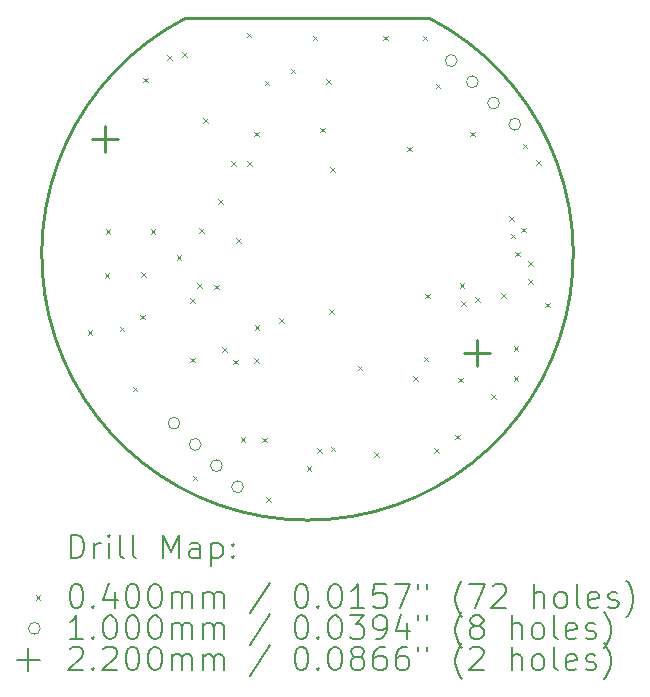
<source format=gbr>
%FSLAX45Y45*%
G04 Gerber Fmt 4.5, Leading zero omitted, Abs format (unit mm)*
G04 Created by KiCad (PCBNEW (6.0.0)) date 2023-06-19 18:06:40*
%MOMM*%
%LPD*%
G01*
G04 APERTURE LIST*
%TA.AperFunction,Profile*%
%ADD10C,0.250000*%
%TD*%
%ADD11C,0.200000*%
%ADD12C,0.040000*%
%ADD13C,0.100000*%
%ADD14C,0.220000*%
G04 APERTURE END LIST*
D10*
X7897324Y-8733500D02*
X9958876Y-8733500D01*
X7897324Y-8733500D02*
G75*
G03*
X9958876Y-8733500I1030776J-2000000D01*
G01*
D11*
D12*
X7067100Y-11372900D02*
X7107100Y-11412900D01*
X7107100Y-11372900D02*
X7067100Y-11412900D01*
X7210100Y-10894900D02*
X7250100Y-10934900D01*
X7250100Y-10894900D02*
X7210100Y-10934900D01*
X7219000Y-10521000D02*
X7259000Y-10561000D01*
X7259000Y-10521000D02*
X7219000Y-10561000D01*
X7337100Y-11344900D02*
X7377100Y-11384900D01*
X7377100Y-11344900D02*
X7337100Y-11384900D01*
X7447600Y-11854500D02*
X7487600Y-11894500D01*
X7487600Y-11854500D02*
X7447600Y-11894500D01*
X7511530Y-11244470D02*
X7551530Y-11284470D01*
X7551530Y-11244470D02*
X7511530Y-11284470D01*
X7518100Y-10886900D02*
X7558100Y-10926900D01*
X7558100Y-10886900D02*
X7518100Y-10926900D01*
X7536500Y-9238300D02*
X7576500Y-9278300D01*
X7576500Y-9238300D02*
X7536500Y-9278300D01*
X7600000Y-10521000D02*
X7640000Y-10561000D01*
X7640000Y-10521000D02*
X7600000Y-10561000D01*
X7739700Y-9047800D02*
X7779700Y-9087800D01*
X7779700Y-9047800D02*
X7739700Y-9087800D01*
X7821128Y-10737419D02*
X7861128Y-10777419D01*
X7861128Y-10737419D02*
X7821128Y-10777419D01*
X7866700Y-9022400D02*
X7906700Y-9062400D01*
X7906700Y-9022400D02*
X7866700Y-9062400D01*
X7933699Y-11105200D02*
X7973699Y-11145200D01*
X7973699Y-11105200D02*
X7933699Y-11145200D01*
X7935100Y-11607900D02*
X7975100Y-11647900D01*
X7975100Y-11607900D02*
X7935100Y-11647900D01*
X7955100Y-12606900D02*
X7995100Y-12646900D01*
X7995100Y-12606900D02*
X7955100Y-12646900D01*
X7994200Y-10977470D02*
X8034200Y-11017470D01*
X8034200Y-10977470D02*
X7994200Y-11017470D01*
X8009100Y-10512900D02*
X8049100Y-10552900D01*
X8049100Y-10512900D02*
X8009100Y-10552900D01*
X8044500Y-9581200D02*
X8084500Y-9621200D01*
X8084500Y-9581200D02*
X8044500Y-9621200D01*
X8140100Y-10989900D02*
X8180100Y-11029900D01*
X8180100Y-10989900D02*
X8140100Y-11029900D01*
X8174100Y-10266900D02*
X8214100Y-10306900D01*
X8214100Y-10266900D02*
X8174100Y-10306900D01*
X8203100Y-11516900D02*
X8243100Y-11556900D01*
X8243100Y-11516900D02*
X8203100Y-11556900D01*
X8279100Y-9944900D02*
X8319100Y-9984900D01*
X8319100Y-9944900D02*
X8279100Y-9984900D01*
X8298500Y-11625900D02*
X8338500Y-11665900D01*
X8338500Y-11625900D02*
X8298500Y-11665900D01*
X8326100Y-10594900D02*
X8366100Y-10634900D01*
X8366100Y-10594900D02*
X8326100Y-10634900D01*
X8361994Y-12280457D02*
X8401994Y-12320457D01*
X8401994Y-12280457D02*
X8361994Y-12320457D01*
X8412800Y-8857300D02*
X8452800Y-8897300D01*
X8452800Y-8857300D02*
X8412800Y-8897300D01*
X8419100Y-9942900D02*
X8459100Y-9982900D01*
X8459100Y-9942900D02*
X8419100Y-9982900D01*
X8476300Y-9695500D02*
X8516300Y-9735500D01*
X8516300Y-9695500D02*
X8476300Y-9735500D01*
X8476300Y-11613200D02*
X8516300Y-11653200D01*
X8516300Y-11613200D02*
X8476300Y-11653200D01*
X8480100Y-11330900D02*
X8520100Y-11370900D01*
X8520100Y-11330900D02*
X8480100Y-11370900D01*
X8544100Y-12285900D02*
X8584100Y-12325900D01*
X8584100Y-12285900D02*
X8544100Y-12325900D01*
X8565200Y-9263700D02*
X8605200Y-9303700D01*
X8605200Y-9263700D02*
X8565200Y-9303700D01*
X8577100Y-12786900D02*
X8617100Y-12826900D01*
X8617100Y-12786900D02*
X8577100Y-12826900D01*
X8688050Y-11271945D02*
X8728050Y-11311945D01*
X8728050Y-11271945D02*
X8688050Y-11311945D01*
X8784850Y-9161670D02*
X8824850Y-9201670D01*
X8824850Y-9161670D02*
X8784850Y-9201670D01*
X8920800Y-12527600D02*
X8960800Y-12567600D01*
X8960800Y-12527600D02*
X8920800Y-12567600D01*
X8971600Y-8882700D02*
X9011600Y-8922700D01*
X9011600Y-8882700D02*
X8971600Y-8922700D01*
X9012100Y-12371900D02*
X9052100Y-12411900D01*
X9052100Y-12371900D02*
X9012100Y-12411900D01*
X9037420Y-9661150D02*
X9077420Y-9701150D01*
X9077420Y-9661150D02*
X9037420Y-9701150D01*
X9085900Y-9251000D02*
X9125900Y-9291000D01*
X9125900Y-9251000D02*
X9085900Y-9291000D01*
X9113125Y-11195925D02*
X9153125Y-11235925D01*
X9153125Y-11195925D02*
X9113125Y-11235925D01*
X9120205Y-9992325D02*
X9160205Y-10032325D01*
X9160205Y-9992325D02*
X9120205Y-10032325D01*
X9124000Y-12362500D02*
X9164000Y-12402500D01*
X9164000Y-12362500D02*
X9124000Y-12402500D01*
X9352600Y-11676700D02*
X9392600Y-11716700D01*
X9392600Y-11676700D02*
X9352600Y-11716700D01*
X9493500Y-12405751D02*
X9533500Y-12445751D01*
X9533500Y-12405751D02*
X9493500Y-12445751D01*
X9568500Y-8882700D02*
X9608500Y-8922700D01*
X9608500Y-8882700D02*
X9568500Y-8922700D01*
X9770100Y-9820900D02*
X9810100Y-9860900D01*
X9810100Y-9820900D02*
X9770100Y-9860900D01*
X9822500Y-11765600D02*
X9862500Y-11805600D01*
X9862500Y-11765600D02*
X9822500Y-11805600D01*
X9903100Y-8881900D02*
X9943100Y-8921900D01*
X9943100Y-8881900D02*
X9903100Y-8921900D01*
X9911400Y-11600500D02*
X9951400Y-11640500D01*
X9951400Y-11600500D02*
X9911400Y-11640500D01*
X9924100Y-11067100D02*
X9964100Y-11107100D01*
X9964100Y-11067100D02*
X9924100Y-11107100D01*
X10000300Y-12375200D02*
X10040300Y-12415200D01*
X10040300Y-12375200D02*
X10000300Y-12415200D01*
X10013000Y-9289100D02*
X10053000Y-9329100D01*
X10053000Y-9289100D02*
X10013000Y-9329100D01*
X10178100Y-12260900D02*
X10218100Y-12300900D01*
X10218100Y-12260900D02*
X10178100Y-12300900D01*
X10203500Y-11778300D02*
X10243500Y-11818300D01*
X10243500Y-11778300D02*
X10203500Y-11818300D01*
X10216200Y-10978200D02*
X10256200Y-11018200D01*
X10256200Y-10978200D02*
X10216200Y-11018200D01*
X10228729Y-11127692D02*
X10268729Y-11167692D01*
X10268729Y-11127692D02*
X10228729Y-11167692D01*
X10305100Y-9695500D02*
X10345100Y-9735500D01*
X10345100Y-9695500D02*
X10305100Y-9735500D01*
X10349226Y-11093337D02*
X10389226Y-11133337D01*
X10389226Y-11093337D02*
X10349226Y-11133337D01*
X10482900Y-11918000D02*
X10522900Y-11958000D01*
X10522900Y-11918000D02*
X10482900Y-11958000D01*
X10567100Y-11064900D02*
X10607100Y-11104900D01*
X10607100Y-11064900D02*
X10567100Y-11104900D01*
X10633100Y-10411900D02*
X10673100Y-10451900D01*
X10673100Y-10411900D02*
X10633100Y-10451900D01*
X10648000Y-10559100D02*
X10688000Y-10599100D01*
X10688000Y-10559100D02*
X10648000Y-10599100D01*
X10673400Y-11511600D02*
X10713400Y-11551600D01*
X10713400Y-11511600D02*
X10673400Y-11551600D01*
X10673400Y-11765600D02*
X10713400Y-11805600D01*
X10713400Y-11765600D02*
X10673400Y-11805600D01*
X10686100Y-10711500D02*
X10726100Y-10751500D01*
X10726100Y-10711500D02*
X10686100Y-10751500D01*
X10736900Y-10508300D02*
X10776900Y-10548300D01*
X10776900Y-10508300D02*
X10736900Y-10548300D01*
X10749600Y-9797100D02*
X10789600Y-9837100D01*
X10789600Y-9797100D02*
X10749600Y-9837100D01*
X10793100Y-10943900D02*
X10833100Y-10983900D01*
X10833100Y-10943900D02*
X10793100Y-10983900D01*
X10795733Y-10789550D02*
X10835733Y-10829550D01*
X10835733Y-10789550D02*
X10795733Y-10829550D01*
X10863900Y-9936800D02*
X10903900Y-9976800D01*
X10903900Y-9936800D02*
X10863900Y-9976800D01*
X10940100Y-11143300D02*
X10980100Y-11183300D01*
X10980100Y-11143300D02*
X10940100Y-11183300D01*
D13*
X7847567Y-12162832D02*
G75*
G03*
X7847567Y-12162832I-50000J0D01*
G01*
X8027172Y-12342437D02*
G75*
G03*
X8027172Y-12342437I-50000J0D01*
G01*
X8206777Y-12522042D02*
G75*
G03*
X8206777Y-12522042I-50000J0D01*
G01*
X8386383Y-12701647D02*
G75*
G03*
X8386383Y-12701647I-50000J0D01*
G01*
X10194285Y-9093085D02*
G75*
G03*
X10194285Y-9093085I-50000J0D01*
G01*
X10373890Y-9272690D02*
G75*
G03*
X10373890Y-9272690I-50000J0D01*
G01*
X10553495Y-9452295D02*
G75*
G03*
X10553495Y-9452295I-50000J0D01*
G01*
X10733100Y-9631900D02*
G75*
G03*
X10733100Y-9631900I-50000J0D01*
G01*
D14*
X7213600Y-9645600D02*
X7213600Y-9865600D01*
X7103600Y-9755600D02*
X7323600Y-9755600D01*
X10363200Y-11461700D02*
X10363200Y-11681700D01*
X10253200Y-11571700D02*
X10473200Y-11571700D01*
D11*
X6923219Y-13306476D02*
X6923219Y-13106476D01*
X6970838Y-13106476D01*
X6999409Y-13116000D01*
X7018457Y-13135048D01*
X7027981Y-13154095D01*
X7037505Y-13192190D01*
X7037505Y-13220762D01*
X7027981Y-13258857D01*
X7018457Y-13277905D01*
X6999409Y-13296952D01*
X6970838Y-13306476D01*
X6923219Y-13306476D01*
X7123219Y-13306476D02*
X7123219Y-13173143D01*
X7123219Y-13211238D02*
X7132743Y-13192190D01*
X7142267Y-13182667D01*
X7161314Y-13173143D01*
X7180362Y-13173143D01*
X7247028Y-13306476D02*
X7247028Y-13173143D01*
X7247028Y-13106476D02*
X7237505Y-13116000D01*
X7247028Y-13125524D01*
X7256552Y-13116000D01*
X7247028Y-13106476D01*
X7247028Y-13125524D01*
X7370838Y-13306476D02*
X7351790Y-13296952D01*
X7342267Y-13277905D01*
X7342267Y-13106476D01*
X7475600Y-13306476D02*
X7456552Y-13296952D01*
X7447028Y-13277905D01*
X7447028Y-13106476D01*
X7704171Y-13306476D02*
X7704171Y-13106476D01*
X7770838Y-13249333D01*
X7837505Y-13106476D01*
X7837505Y-13306476D01*
X8018457Y-13306476D02*
X8018457Y-13201714D01*
X8008933Y-13182667D01*
X7989886Y-13173143D01*
X7951790Y-13173143D01*
X7932743Y-13182667D01*
X8018457Y-13296952D02*
X7999409Y-13306476D01*
X7951790Y-13306476D01*
X7932743Y-13296952D01*
X7923219Y-13277905D01*
X7923219Y-13258857D01*
X7932743Y-13239809D01*
X7951790Y-13230286D01*
X7999409Y-13230286D01*
X8018457Y-13220762D01*
X8113695Y-13173143D02*
X8113695Y-13373143D01*
X8113695Y-13182667D02*
X8132743Y-13173143D01*
X8170838Y-13173143D01*
X8189886Y-13182667D01*
X8199409Y-13192190D01*
X8208933Y-13211238D01*
X8208933Y-13268381D01*
X8199409Y-13287428D01*
X8189886Y-13296952D01*
X8170838Y-13306476D01*
X8132743Y-13306476D01*
X8113695Y-13296952D01*
X8294648Y-13287428D02*
X8304171Y-13296952D01*
X8294648Y-13306476D01*
X8285124Y-13296952D01*
X8294648Y-13287428D01*
X8294648Y-13306476D01*
X8294648Y-13182667D02*
X8304171Y-13192190D01*
X8294648Y-13201714D01*
X8285124Y-13192190D01*
X8294648Y-13182667D01*
X8294648Y-13201714D01*
D12*
X6625600Y-13616000D02*
X6665600Y-13656000D01*
X6665600Y-13616000D02*
X6625600Y-13656000D01*
D11*
X6961314Y-13526476D02*
X6980362Y-13526476D01*
X6999409Y-13536000D01*
X7008933Y-13545524D01*
X7018457Y-13564571D01*
X7027981Y-13602667D01*
X7027981Y-13650286D01*
X7018457Y-13688381D01*
X7008933Y-13707428D01*
X6999409Y-13716952D01*
X6980362Y-13726476D01*
X6961314Y-13726476D01*
X6942267Y-13716952D01*
X6932743Y-13707428D01*
X6923219Y-13688381D01*
X6913695Y-13650286D01*
X6913695Y-13602667D01*
X6923219Y-13564571D01*
X6932743Y-13545524D01*
X6942267Y-13536000D01*
X6961314Y-13526476D01*
X7113695Y-13707428D02*
X7123219Y-13716952D01*
X7113695Y-13726476D01*
X7104171Y-13716952D01*
X7113695Y-13707428D01*
X7113695Y-13726476D01*
X7294648Y-13593143D02*
X7294648Y-13726476D01*
X7247028Y-13516952D02*
X7199409Y-13659809D01*
X7323219Y-13659809D01*
X7437505Y-13526476D02*
X7456552Y-13526476D01*
X7475600Y-13536000D01*
X7485124Y-13545524D01*
X7494648Y-13564571D01*
X7504171Y-13602667D01*
X7504171Y-13650286D01*
X7494648Y-13688381D01*
X7485124Y-13707428D01*
X7475600Y-13716952D01*
X7456552Y-13726476D01*
X7437505Y-13726476D01*
X7418457Y-13716952D01*
X7408933Y-13707428D01*
X7399409Y-13688381D01*
X7389886Y-13650286D01*
X7389886Y-13602667D01*
X7399409Y-13564571D01*
X7408933Y-13545524D01*
X7418457Y-13536000D01*
X7437505Y-13526476D01*
X7627981Y-13526476D02*
X7647028Y-13526476D01*
X7666076Y-13536000D01*
X7675600Y-13545524D01*
X7685124Y-13564571D01*
X7694648Y-13602667D01*
X7694648Y-13650286D01*
X7685124Y-13688381D01*
X7675600Y-13707428D01*
X7666076Y-13716952D01*
X7647028Y-13726476D01*
X7627981Y-13726476D01*
X7608933Y-13716952D01*
X7599409Y-13707428D01*
X7589886Y-13688381D01*
X7580362Y-13650286D01*
X7580362Y-13602667D01*
X7589886Y-13564571D01*
X7599409Y-13545524D01*
X7608933Y-13536000D01*
X7627981Y-13526476D01*
X7780362Y-13726476D02*
X7780362Y-13593143D01*
X7780362Y-13612190D02*
X7789886Y-13602667D01*
X7808933Y-13593143D01*
X7837505Y-13593143D01*
X7856552Y-13602667D01*
X7866076Y-13621714D01*
X7866076Y-13726476D01*
X7866076Y-13621714D02*
X7875600Y-13602667D01*
X7894648Y-13593143D01*
X7923219Y-13593143D01*
X7942267Y-13602667D01*
X7951790Y-13621714D01*
X7951790Y-13726476D01*
X8047028Y-13726476D02*
X8047028Y-13593143D01*
X8047028Y-13612190D02*
X8056552Y-13602667D01*
X8075600Y-13593143D01*
X8104171Y-13593143D01*
X8123219Y-13602667D01*
X8132743Y-13621714D01*
X8132743Y-13726476D01*
X8132743Y-13621714D02*
X8142267Y-13602667D01*
X8161314Y-13593143D01*
X8189886Y-13593143D01*
X8208933Y-13602667D01*
X8218457Y-13621714D01*
X8218457Y-13726476D01*
X8608933Y-13516952D02*
X8437505Y-13774095D01*
X8866076Y-13526476D02*
X8885124Y-13526476D01*
X8904171Y-13536000D01*
X8913695Y-13545524D01*
X8923219Y-13564571D01*
X8932743Y-13602667D01*
X8932743Y-13650286D01*
X8923219Y-13688381D01*
X8913695Y-13707428D01*
X8904171Y-13716952D01*
X8885124Y-13726476D01*
X8866076Y-13726476D01*
X8847029Y-13716952D01*
X8837505Y-13707428D01*
X8827981Y-13688381D01*
X8818457Y-13650286D01*
X8818457Y-13602667D01*
X8827981Y-13564571D01*
X8837505Y-13545524D01*
X8847029Y-13536000D01*
X8866076Y-13526476D01*
X9018457Y-13707428D02*
X9027981Y-13716952D01*
X9018457Y-13726476D01*
X9008933Y-13716952D01*
X9018457Y-13707428D01*
X9018457Y-13726476D01*
X9151790Y-13526476D02*
X9170838Y-13526476D01*
X9189886Y-13536000D01*
X9199410Y-13545524D01*
X9208933Y-13564571D01*
X9218457Y-13602667D01*
X9218457Y-13650286D01*
X9208933Y-13688381D01*
X9199410Y-13707428D01*
X9189886Y-13716952D01*
X9170838Y-13726476D01*
X9151790Y-13726476D01*
X9132743Y-13716952D01*
X9123219Y-13707428D01*
X9113695Y-13688381D01*
X9104171Y-13650286D01*
X9104171Y-13602667D01*
X9113695Y-13564571D01*
X9123219Y-13545524D01*
X9132743Y-13536000D01*
X9151790Y-13526476D01*
X9408933Y-13726476D02*
X9294648Y-13726476D01*
X9351790Y-13726476D02*
X9351790Y-13526476D01*
X9332743Y-13555048D01*
X9313695Y-13574095D01*
X9294648Y-13583619D01*
X9589886Y-13526476D02*
X9494648Y-13526476D01*
X9485124Y-13621714D01*
X9494648Y-13612190D01*
X9513695Y-13602667D01*
X9561314Y-13602667D01*
X9580362Y-13612190D01*
X9589886Y-13621714D01*
X9599410Y-13640762D01*
X9599410Y-13688381D01*
X9589886Y-13707428D01*
X9580362Y-13716952D01*
X9561314Y-13726476D01*
X9513695Y-13726476D01*
X9494648Y-13716952D01*
X9485124Y-13707428D01*
X9666076Y-13526476D02*
X9799410Y-13526476D01*
X9713695Y-13726476D01*
X9866076Y-13526476D02*
X9866076Y-13564571D01*
X9942267Y-13526476D02*
X9942267Y-13564571D01*
X10237505Y-13802667D02*
X10227981Y-13793143D01*
X10208933Y-13764571D01*
X10199410Y-13745524D01*
X10189886Y-13716952D01*
X10180362Y-13669333D01*
X10180362Y-13631238D01*
X10189886Y-13583619D01*
X10199410Y-13555048D01*
X10208933Y-13536000D01*
X10227981Y-13507428D01*
X10237505Y-13497905D01*
X10294648Y-13526476D02*
X10427981Y-13526476D01*
X10342267Y-13726476D01*
X10494648Y-13545524D02*
X10504171Y-13536000D01*
X10523219Y-13526476D01*
X10570838Y-13526476D01*
X10589886Y-13536000D01*
X10599410Y-13545524D01*
X10608933Y-13564571D01*
X10608933Y-13583619D01*
X10599410Y-13612190D01*
X10485124Y-13726476D01*
X10608933Y-13726476D01*
X10847029Y-13726476D02*
X10847029Y-13526476D01*
X10932743Y-13726476D02*
X10932743Y-13621714D01*
X10923219Y-13602667D01*
X10904171Y-13593143D01*
X10875600Y-13593143D01*
X10856552Y-13602667D01*
X10847029Y-13612190D01*
X11056552Y-13726476D02*
X11037505Y-13716952D01*
X11027981Y-13707428D01*
X11018457Y-13688381D01*
X11018457Y-13631238D01*
X11027981Y-13612190D01*
X11037505Y-13602667D01*
X11056552Y-13593143D01*
X11085124Y-13593143D01*
X11104171Y-13602667D01*
X11113695Y-13612190D01*
X11123219Y-13631238D01*
X11123219Y-13688381D01*
X11113695Y-13707428D01*
X11104171Y-13716952D01*
X11085124Y-13726476D01*
X11056552Y-13726476D01*
X11237505Y-13726476D02*
X11218457Y-13716952D01*
X11208933Y-13697905D01*
X11208933Y-13526476D01*
X11389886Y-13716952D02*
X11370838Y-13726476D01*
X11332743Y-13726476D01*
X11313695Y-13716952D01*
X11304171Y-13697905D01*
X11304171Y-13621714D01*
X11313695Y-13602667D01*
X11332743Y-13593143D01*
X11370838Y-13593143D01*
X11389886Y-13602667D01*
X11399409Y-13621714D01*
X11399409Y-13640762D01*
X11304171Y-13659809D01*
X11475600Y-13716952D02*
X11494648Y-13726476D01*
X11532743Y-13726476D01*
X11551790Y-13716952D01*
X11561314Y-13697905D01*
X11561314Y-13688381D01*
X11551790Y-13669333D01*
X11532743Y-13659809D01*
X11504171Y-13659809D01*
X11485124Y-13650286D01*
X11475600Y-13631238D01*
X11475600Y-13621714D01*
X11485124Y-13602667D01*
X11504171Y-13593143D01*
X11532743Y-13593143D01*
X11551790Y-13602667D01*
X11627981Y-13802667D02*
X11637505Y-13793143D01*
X11656552Y-13764571D01*
X11666076Y-13745524D01*
X11675600Y-13716952D01*
X11685124Y-13669333D01*
X11685124Y-13631238D01*
X11675600Y-13583619D01*
X11666076Y-13555048D01*
X11656552Y-13536000D01*
X11637505Y-13507428D01*
X11627981Y-13497905D01*
D13*
X6665600Y-13900000D02*
G75*
G03*
X6665600Y-13900000I-50000J0D01*
G01*
D11*
X7027981Y-13990476D02*
X6913695Y-13990476D01*
X6970838Y-13990476D02*
X6970838Y-13790476D01*
X6951790Y-13819048D01*
X6932743Y-13838095D01*
X6913695Y-13847619D01*
X7113695Y-13971428D02*
X7123219Y-13980952D01*
X7113695Y-13990476D01*
X7104171Y-13980952D01*
X7113695Y-13971428D01*
X7113695Y-13990476D01*
X7247028Y-13790476D02*
X7266076Y-13790476D01*
X7285124Y-13800000D01*
X7294648Y-13809524D01*
X7304171Y-13828571D01*
X7313695Y-13866667D01*
X7313695Y-13914286D01*
X7304171Y-13952381D01*
X7294648Y-13971428D01*
X7285124Y-13980952D01*
X7266076Y-13990476D01*
X7247028Y-13990476D01*
X7227981Y-13980952D01*
X7218457Y-13971428D01*
X7208933Y-13952381D01*
X7199409Y-13914286D01*
X7199409Y-13866667D01*
X7208933Y-13828571D01*
X7218457Y-13809524D01*
X7227981Y-13800000D01*
X7247028Y-13790476D01*
X7437505Y-13790476D02*
X7456552Y-13790476D01*
X7475600Y-13800000D01*
X7485124Y-13809524D01*
X7494648Y-13828571D01*
X7504171Y-13866667D01*
X7504171Y-13914286D01*
X7494648Y-13952381D01*
X7485124Y-13971428D01*
X7475600Y-13980952D01*
X7456552Y-13990476D01*
X7437505Y-13990476D01*
X7418457Y-13980952D01*
X7408933Y-13971428D01*
X7399409Y-13952381D01*
X7389886Y-13914286D01*
X7389886Y-13866667D01*
X7399409Y-13828571D01*
X7408933Y-13809524D01*
X7418457Y-13800000D01*
X7437505Y-13790476D01*
X7627981Y-13790476D02*
X7647028Y-13790476D01*
X7666076Y-13800000D01*
X7675600Y-13809524D01*
X7685124Y-13828571D01*
X7694648Y-13866667D01*
X7694648Y-13914286D01*
X7685124Y-13952381D01*
X7675600Y-13971428D01*
X7666076Y-13980952D01*
X7647028Y-13990476D01*
X7627981Y-13990476D01*
X7608933Y-13980952D01*
X7599409Y-13971428D01*
X7589886Y-13952381D01*
X7580362Y-13914286D01*
X7580362Y-13866667D01*
X7589886Y-13828571D01*
X7599409Y-13809524D01*
X7608933Y-13800000D01*
X7627981Y-13790476D01*
X7780362Y-13990476D02*
X7780362Y-13857143D01*
X7780362Y-13876190D02*
X7789886Y-13866667D01*
X7808933Y-13857143D01*
X7837505Y-13857143D01*
X7856552Y-13866667D01*
X7866076Y-13885714D01*
X7866076Y-13990476D01*
X7866076Y-13885714D02*
X7875600Y-13866667D01*
X7894648Y-13857143D01*
X7923219Y-13857143D01*
X7942267Y-13866667D01*
X7951790Y-13885714D01*
X7951790Y-13990476D01*
X8047028Y-13990476D02*
X8047028Y-13857143D01*
X8047028Y-13876190D02*
X8056552Y-13866667D01*
X8075600Y-13857143D01*
X8104171Y-13857143D01*
X8123219Y-13866667D01*
X8132743Y-13885714D01*
X8132743Y-13990476D01*
X8132743Y-13885714D02*
X8142267Y-13866667D01*
X8161314Y-13857143D01*
X8189886Y-13857143D01*
X8208933Y-13866667D01*
X8218457Y-13885714D01*
X8218457Y-13990476D01*
X8608933Y-13780952D02*
X8437505Y-14038095D01*
X8866076Y-13790476D02*
X8885124Y-13790476D01*
X8904171Y-13800000D01*
X8913695Y-13809524D01*
X8923219Y-13828571D01*
X8932743Y-13866667D01*
X8932743Y-13914286D01*
X8923219Y-13952381D01*
X8913695Y-13971428D01*
X8904171Y-13980952D01*
X8885124Y-13990476D01*
X8866076Y-13990476D01*
X8847029Y-13980952D01*
X8837505Y-13971428D01*
X8827981Y-13952381D01*
X8818457Y-13914286D01*
X8818457Y-13866667D01*
X8827981Y-13828571D01*
X8837505Y-13809524D01*
X8847029Y-13800000D01*
X8866076Y-13790476D01*
X9018457Y-13971428D02*
X9027981Y-13980952D01*
X9018457Y-13990476D01*
X9008933Y-13980952D01*
X9018457Y-13971428D01*
X9018457Y-13990476D01*
X9151790Y-13790476D02*
X9170838Y-13790476D01*
X9189886Y-13800000D01*
X9199410Y-13809524D01*
X9208933Y-13828571D01*
X9218457Y-13866667D01*
X9218457Y-13914286D01*
X9208933Y-13952381D01*
X9199410Y-13971428D01*
X9189886Y-13980952D01*
X9170838Y-13990476D01*
X9151790Y-13990476D01*
X9132743Y-13980952D01*
X9123219Y-13971428D01*
X9113695Y-13952381D01*
X9104171Y-13914286D01*
X9104171Y-13866667D01*
X9113695Y-13828571D01*
X9123219Y-13809524D01*
X9132743Y-13800000D01*
X9151790Y-13790476D01*
X9285124Y-13790476D02*
X9408933Y-13790476D01*
X9342267Y-13866667D01*
X9370838Y-13866667D01*
X9389886Y-13876190D01*
X9399410Y-13885714D01*
X9408933Y-13904762D01*
X9408933Y-13952381D01*
X9399410Y-13971428D01*
X9389886Y-13980952D01*
X9370838Y-13990476D01*
X9313695Y-13990476D01*
X9294648Y-13980952D01*
X9285124Y-13971428D01*
X9504171Y-13990476D02*
X9542267Y-13990476D01*
X9561314Y-13980952D01*
X9570838Y-13971428D01*
X9589886Y-13942857D01*
X9599410Y-13904762D01*
X9599410Y-13828571D01*
X9589886Y-13809524D01*
X9580362Y-13800000D01*
X9561314Y-13790476D01*
X9523219Y-13790476D01*
X9504171Y-13800000D01*
X9494648Y-13809524D01*
X9485124Y-13828571D01*
X9485124Y-13876190D01*
X9494648Y-13895238D01*
X9504171Y-13904762D01*
X9523219Y-13914286D01*
X9561314Y-13914286D01*
X9580362Y-13904762D01*
X9589886Y-13895238D01*
X9599410Y-13876190D01*
X9770838Y-13857143D02*
X9770838Y-13990476D01*
X9723219Y-13780952D02*
X9675600Y-13923809D01*
X9799410Y-13923809D01*
X9866076Y-13790476D02*
X9866076Y-13828571D01*
X9942267Y-13790476D02*
X9942267Y-13828571D01*
X10237505Y-14066667D02*
X10227981Y-14057143D01*
X10208933Y-14028571D01*
X10199410Y-14009524D01*
X10189886Y-13980952D01*
X10180362Y-13933333D01*
X10180362Y-13895238D01*
X10189886Y-13847619D01*
X10199410Y-13819048D01*
X10208933Y-13800000D01*
X10227981Y-13771428D01*
X10237505Y-13761905D01*
X10342267Y-13876190D02*
X10323219Y-13866667D01*
X10313695Y-13857143D01*
X10304171Y-13838095D01*
X10304171Y-13828571D01*
X10313695Y-13809524D01*
X10323219Y-13800000D01*
X10342267Y-13790476D01*
X10380362Y-13790476D01*
X10399410Y-13800000D01*
X10408933Y-13809524D01*
X10418457Y-13828571D01*
X10418457Y-13838095D01*
X10408933Y-13857143D01*
X10399410Y-13866667D01*
X10380362Y-13876190D01*
X10342267Y-13876190D01*
X10323219Y-13885714D01*
X10313695Y-13895238D01*
X10304171Y-13914286D01*
X10304171Y-13952381D01*
X10313695Y-13971428D01*
X10323219Y-13980952D01*
X10342267Y-13990476D01*
X10380362Y-13990476D01*
X10399410Y-13980952D01*
X10408933Y-13971428D01*
X10418457Y-13952381D01*
X10418457Y-13914286D01*
X10408933Y-13895238D01*
X10399410Y-13885714D01*
X10380362Y-13876190D01*
X10656552Y-13990476D02*
X10656552Y-13790476D01*
X10742267Y-13990476D02*
X10742267Y-13885714D01*
X10732743Y-13866667D01*
X10713695Y-13857143D01*
X10685124Y-13857143D01*
X10666076Y-13866667D01*
X10656552Y-13876190D01*
X10866076Y-13990476D02*
X10847029Y-13980952D01*
X10837505Y-13971428D01*
X10827981Y-13952381D01*
X10827981Y-13895238D01*
X10837505Y-13876190D01*
X10847029Y-13866667D01*
X10866076Y-13857143D01*
X10894648Y-13857143D01*
X10913695Y-13866667D01*
X10923219Y-13876190D01*
X10932743Y-13895238D01*
X10932743Y-13952381D01*
X10923219Y-13971428D01*
X10913695Y-13980952D01*
X10894648Y-13990476D01*
X10866076Y-13990476D01*
X11047029Y-13990476D02*
X11027981Y-13980952D01*
X11018457Y-13961905D01*
X11018457Y-13790476D01*
X11199409Y-13980952D02*
X11180362Y-13990476D01*
X11142267Y-13990476D01*
X11123219Y-13980952D01*
X11113695Y-13961905D01*
X11113695Y-13885714D01*
X11123219Y-13866667D01*
X11142267Y-13857143D01*
X11180362Y-13857143D01*
X11199409Y-13866667D01*
X11208933Y-13885714D01*
X11208933Y-13904762D01*
X11113695Y-13923809D01*
X11285124Y-13980952D02*
X11304171Y-13990476D01*
X11342267Y-13990476D01*
X11361314Y-13980952D01*
X11370838Y-13961905D01*
X11370838Y-13952381D01*
X11361314Y-13933333D01*
X11342267Y-13923809D01*
X11313695Y-13923809D01*
X11294648Y-13914286D01*
X11285124Y-13895238D01*
X11285124Y-13885714D01*
X11294648Y-13866667D01*
X11313695Y-13857143D01*
X11342267Y-13857143D01*
X11361314Y-13866667D01*
X11437505Y-14066667D02*
X11447028Y-14057143D01*
X11466076Y-14028571D01*
X11475600Y-14009524D01*
X11485124Y-13980952D01*
X11494648Y-13933333D01*
X11494648Y-13895238D01*
X11485124Y-13847619D01*
X11475600Y-13819048D01*
X11466076Y-13800000D01*
X11447028Y-13771428D01*
X11437505Y-13761905D01*
X6565600Y-14064000D02*
X6565600Y-14264000D01*
X6465600Y-14164000D02*
X6665600Y-14164000D01*
X6913695Y-14073524D02*
X6923219Y-14064000D01*
X6942267Y-14054476D01*
X6989886Y-14054476D01*
X7008933Y-14064000D01*
X7018457Y-14073524D01*
X7027981Y-14092571D01*
X7027981Y-14111619D01*
X7018457Y-14140190D01*
X6904171Y-14254476D01*
X7027981Y-14254476D01*
X7113695Y-14235428D02*
X7123219Y-14244952D01*
X7113695Y-14254476D01*
X7104171Y-14244952D01*
X7113695Y-14235428D01*
X7113695Y-14254476D01*
X7199409Y-14073524D02*
X7208933Y-14064000D01*
X7227981Y-14054476D01*
X7275600Y-14054476D01*
X7294648Y-14064000D01*
X7304171Y-14073524D01*
X7313695Y-14092571D01*
X7313695Y-14111619D01*
X7304171Y-14140190D01*
X7189886Y-14254476D01*
X7313695Y-14254476D01*
X7437505Y-14054476D02*
X7456552Y-14054476D01*
X7475600Y-14064000D01*
X7485124Y-14073524D01*
X7494648Y-14092571D01*
X7504171Y-14130667D01*
X7504171Y-14178286D01*
X7494648Y-14216381D01*
X7485124Y-14235428D01*
X7475600Y-14244952D01*
X7456552Y-14254476D01*
X7437505Y-14254476D01*
X7418457Y-14244952D01*
X7408933Y-14235428D01*
X7399409Y-14216381D01*
X7389886Y-14178286D01*
X7389886Y-14130667D01*
X7399409Y-14092571D01*
X7408933Y-14073524D01*
X7418457Y-14064000D01*
X7437505Y-14054476D01*
X7627981Y-14054476D02*
X7647028Y-14054476D01*
X7666076Y-14064000D01*
X7675600Y-14073524D01*
X7685124Y-14092571D01*
X7694648Y-14130667D01*
X7694648Y-14178286D01*
X7685124Y-14216381D01*
X7675600Y-14235428D01*
X7666076Y-14244952D01*
X7647028Y-14254476D01*
X7627981Y-14254476D01*
X7608933Y-14244952D01*
X7599409Y-14235428D01*
X7589886Y-14216381D01*
X7580362Y-14178286D01*
X7580362Y-14130667D01*
X7589886Y-14092571D01*
X7599409Y-14073524D01*
X7608933Y-14064000D01*
X7627981Y-14054476D01*
X7780362Y-14254476D02*
X7780362Y-14121143D01*
X7780362Y-14140190D02*
X7789886Y-14130667D01*
X7808933Y-14121143D01*
X7837505Y-14121143D01*
X7856552Y-14130667D01*
X7866076Y-14149714D01*
X7866076Y-14254476D01*
X7866076Y-14149714D02*
X7875600Y-14130667D01*
X7894648Y-14121143D01*
X7923219Y-14121143D01*
X7942267Y-14130667D01*
X7951790Y-14149714D01*
X7951790Y-14254476D01*
X8047028Y-14254476D02*
X8047028Y-14121143D01*
X8047028Y-14140190D02*
X8056552Y-14130667D01*
X8075600Y-14121143D01*
X8104171Y-14121143D01*
X8123219Y-14130667D01*
X8132743Y-14149714D01*
X8132743Y-14254476D01*
X8132743Y-14149714D02*
X8142267Y-14130667D01*
X8161314Y-14121143D01*
X8189886Y-14121143D01*
X8208933Y-14130667D01*
X8218457Y-14149714D01*
X8218457Y-14254476D01*
X8608933Y-14044952D02*
X8437505Y-14302095D01*
X8866076Y-14054476D02*
X8885124Y-14054476D01*
X8904171Y-14064000D01*
X8913695Y-14073524D01*
X8923219Y-14092571D01*
X8932743Y-14130667D01*
X8932743Y-14178286D01*
X8923219Y-14216381D01*
X8913695Y-14235428D01*
X8904171Y-14244952D01*
X8885124Y-14254476D01*
X8866076Y-14254476D01*
X8847029Y-14244952D01*
X8837505Y-14235428D01*
X8827981Y-14216381D01*
X8818457Y-14178286D01*
X8818457Y-14130667D01*
X8827981Y-14092571D01*
X8837505Y-14073524D01*
X8847029Y-14064000D01*
X8866076Y-14054476D01*
X9018457Y-14235428D02*
X9027981Y-14244952D01*
X9018457Y-14254476D01*
X9008933Y-14244952D01*
X9018457Y-14235428D01*
X9018457Y-14254476D01*
X9151790Y-14054476D02*
X9170838Y-14054476D01*
X9189886Y-14064000D01*
X9199410Y-14073524D01*
X9208933Y-14092571D01*
X9218457Y-14130667D01*
X9218457Y-14178286D01*
X9208933Y-14216381D01*
X9199410Y-14235428D01*
X9189886Y-14244952D01*
X9170838Y-14254476D01*
X9151790Y-14254476D01*
X9132743Y-14244952D01*
X9123219Y-14235428D01*
X9113695Y-14216381D01*
X9104171Y-14178286D01*
X9104171Y-14130667D01*
X9113695Y-14092571D01*
X9123219Y-14073524D01*
X9132743Y-14064000D01*
X9151790Y-14054476D01*
X9332743Y-14140190D02*
X9313695Y-14130667D01*
X9304171Y-14121143D01*
X9294648Y-14102095D01*
X9294648Y-14092571D01*
X9304171Y-14073524D01*
X9313695Y-14064000D01*
X9332743Y-14054476D01*
X9370838Y-14054476D01*
X9389886Y-14064000D01*
X9399410Y-14073524D01*
X9408933Y-14092571D01*
X9408933Y-14102095D01*
X9399410Y-14121143D01*
X9389886Y-14130667D01*
X9370838Y-14140190D01*
X9332743Y-14140190D01*
X9313695Y-14149714D01*
X9304171Y-14159238D01*
X9294648Y-14178286D01*
X9294648Y-14216381D01*
X9304171Y-14235428D01*
X9313695Y-14244952D01*
X9332743Y-14254476D01*
X9370838Y-14254476D01*
X9389886Y-14244952D01*
X9399410Y-14235428D01*
X9408933Y-14216381D01*
X9408933Y-14178286D01*
X9399410Y-14159238D01*
X9389886Y-14149714D01*
X9370838Y-14140190D01*
X9580362Y-14054476D02*
X9542267Y-14054476D01*
X9523219Y-14064000D01*
X9513695Y-14073524D01*
X9494648Y-14102095D01*
X9485124Y-14140190D01*
X9485124Y-14216381D01*
X9494648Y-14235428D01*
X9504171Y-14244952D01*
X9523219Y-14254476D01*
X9561314Y-14254476D01*
X9580362Y-14244952D01*
X9589886Y-14235428D01*
X9599410Y-14216381D01*
X9599410Y-14168762D01*
X9589886Y-14149714D01*
X9580362Y-14140190D01*
X9561314Y-14130667D01*
X9523219Y-14130667D01*
X9504171Y-14140190D01*
X9494648Y-14149714D01*
X9485124Y-14168762D01*
X9770838Y-14054476D02*
X9732743Y-14054476D01*
X9713695Y-14064000D01*
X9704171Y-14073524D01*
X9685124Y-14102095D01*
X9675600Y-14140190D01*
X9675600Y-14216381D01*
X9685124Y-14235428D01*
X9694648Y-14244952D01*
X9713695Y-14254476D01*
X9751790Y-14254476D01*
X9770838Y-14244952D01*
X9780362Y-14235428D01*
X9789886Y-14216381D01*
X9789886Y-14168762D01*
X9780362Y-14149714D01*
X9770838Y-14140190D01*
X9751790Y-14130667D01*
X9713695Y-14130667D01*
X9694648Y-14140190D01*
X9685124Y-14149714D01*
X9675600Y-14168762D01*
X9866076Y-14054476D02*
X9866076Y-14092571D01*
X9942267Y-14054476D02*
X9942267Y-14092571D01*
X10237505Y-14330667D02*
X10227981Y-14321143D01*
X10208933Y-14292571D01*
X10199410Y-14273524D01*
X10189886Y-14244952D01*
X10180362Y-14197333D01*
X10180362Y-14159238D01*
X10189886Y-14111619D01*
X10199410Y-14083048D01*
X10208933Y-14064000D01*
X10227981Y-14035428D01*
X10237505Y-14025905D01*
X10304171Y-14073524D02*
X10313695Y-14064000D01*
X10332743Y-14054476D01*
X10380362Y-14054476D01*
X10399410Y-14064000D01*
X10408933Y-14073524D01*
X10418457Y-14092571D01*
X10418457Y-14111619D01*
X10408933Y-14140190D01*
X10294648Y-14254476D01*
X10418457Y-14254476D01*
X10656552Y-14254476D02*
X10656552Y-14054476D01*
X10742267Y-14254476D02*
X10742267Y-14149714D01*
X10732743Y-14130667D01*
X10713695Y-14121143D01*
X10685124Y-14121143D01*
X10666076Y-14130667D01*
X10656552Y-14140190D01*
X10866076Y-14254476D02*
X10847029Y-14244952D01*
X10837505Y-14235428D01*
X10827981Y-14216381D01*
X10827981Y-14159238D01*
X10837505Y-14140190D01*
X10847029Y-14130667D01*
X10866076Y-14121143D01*
X10894648Y-14121143D01*
X10913695Y-14130667D01*
X10923219Y-14140190D01*
X10932743Y-14159238D01*
X10932743Y-14216381D01*
X10923219Y-14235428D01*
X10913695Y-14244952D01*
X10894648Y-14254476D01*
X10866076Y-14254476D01*
X11047029Y-14254476D02*
X11027981Y-14244952D01*
X11018457Y-14225905D01*
X11018457Y-14054476D01*
X11199409Y-14244952D02*
X11180362Y-14254476D01*
X11142267Y-14254476D01*
X11123219Y-14244952D01*
X11113695Y-14225905D01*
X11113695Y-14149714D01*
X11123219Y-14130667D01*
X11142267Y-14121143D01*
X11180362Y-14121143D01*
X11199409Y-14130667D01*
X11208933Y-14149714D01*
X11208933Y-14168762D01*
X11113695Y-14187809D01*
X11285124Y-14244952D02*
X11304171Y-14254476D01*
X11342267Y-14254476D01*
X11361314Y-14244952D01*
X11370838Y-14225905D01*
X11370838Y-14216381D01*
X11361314Y-14197333D01*
X11342267Y-14187809D01*
X11313695Y-14187809D01*
X11294648Y-14178286D01*
X11285124Y-14159238D01*
X11285124Y-14149714D01*
X11294648Y-14130667D01*
X11313695Y-14121143D01*
X11342267Y-14121143D01*
X11361314Y-14130667D01*
X11437505Y-14330667D02*
X11447028Y-14321143D01*
X11466076Y-14292571D01*
X11475600Y-14273524D01*
X11485124Y-14244952D01*
X11494648Y-14197333D01*
X11494648Y-14159238D01*
X11485124Y-14111619D01*
X11475600Y-14083048D01*
X11466076Y-14064000D01*
X11447028Y-14035428D01*
X11437505Y-14025905D01*
M02*

</source>
